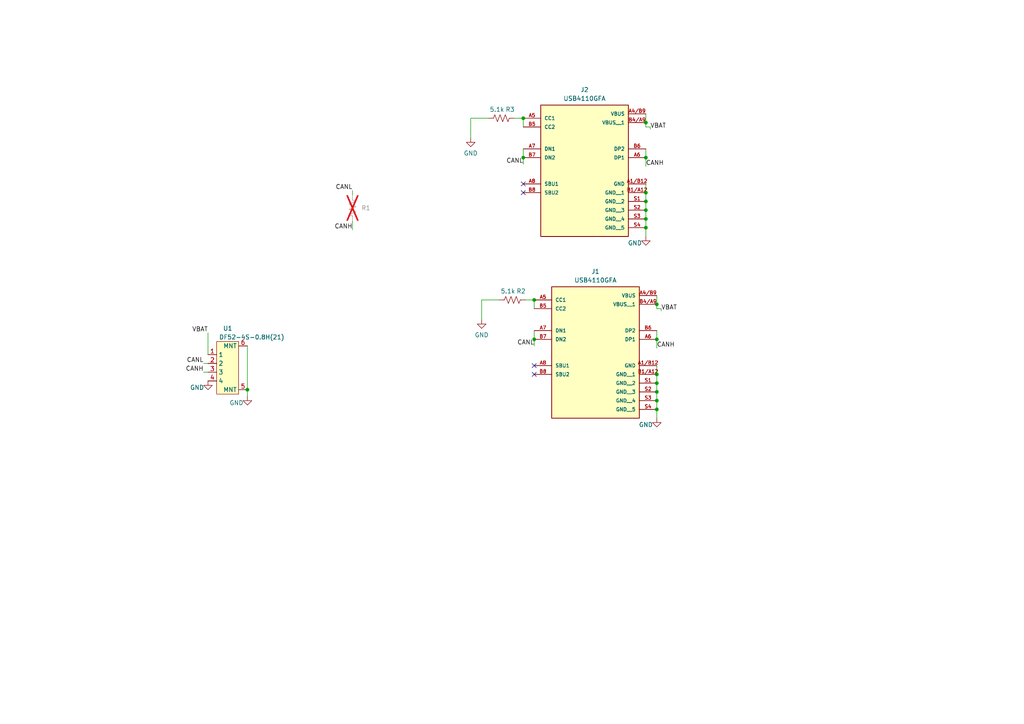
<source format=kicad_sch>
(kicad_sch (version 20230121) (generator eeschema)
  (paper "A4")
  (lib_symbols
    (symbol "NeuralStimulatorAndRecorder:Resistor" (pin_numbers hide) (pin_names (offset 0))
      (property "Reference" "R" (at 2.54 0 90))
      (symbol "Resistor_0_1"
        (polyline (pts (xy 0 -2.286) (xy 0 -2.54)))
        (polyline (pts (xy 0 2.286) (xy 0 2.54)))
        (polyline (pts (xy 0 -0.762) (xy 1.016 -1.143) (xy 0 -1.524) (xy -1.016 -1.905) (xy 0 -2.286)))
        (polyline (pts (xy 0 0.762) (xy 1.016 0.381) (xy 0 0) (xy -1.016 -0.381) (xy 0 -0.762)))
        (polyline (pts (xy 0 2.286) (xy 1.016 1.905) (xy 0 1.524) (xy -1.016 1.143) (xy 0 0.762)))
      )
      (symbol "Resistor_1_1"
        (pin passive line (at 0 3.81 270) (length 1.27) (name "~") (number "1"))
        (pin passive line (at 0 -3.81 90) (length 1.27) (name "~") (number "2"))
      )
    )
    (symbol "can-b2b-interconnect:Resistor" (pin_numbers hide) (pin_names (offset 0))
      (property "Reference" "R" (at 2.54 0 90))
      (symbol "Resistor_0_1"
        (polyline (pts (xy 0 -2.286) (xy 0 -2.54)))
        (polyline (pts (xy 0 2.286) (xy 0 2.54)))
        (polyline (pts (xy 0 -0.762) (xy 1.016 -1.143) (xy 0 -1.524) (xy -1.016 -1.905) (xy 0 -2.286)))
        (polyline (pts (xy 0 0.762) (xy 1.016 0.381) (xy 0 0) (xy -1.016 -0.381) (xy 0 -0.762)))
        (polyline (pts (xy 0 2.286) (xy 1.016 1.905) (xy 0 1.524) (xy -1.016 1.143) (xy 0 0.762)))
      )
      (symbol "Resistor_1_1"
        (pin passive line (at 0 3.81 270) (length 1.27) (name "~") (number "1"))
        (pin passive line (at 0 -3.81 90) (length 1.27) (name "~") (number "2"))
      )
    )
    (symbol "can-b2b-interconnect:USB4110GFA" (pin_names (offset 1.016))
      (property "Reference" "J" (at -12.7 11.43 0))
      (property "Value" "USB4110GFA" (at -12.7 -30.48 0))
      (symbol "USB4110GFA_0_0"
        (rectangle (start -12.7 10.16) (end 12.7 -27.94) (stroke (width 0.254)) (fill (type background)))
        (pin power_in line (at 17.78 -12.7 180) (length 5.08) (name "GND") (number "A1/B12"))
        (pin power_in line (at 17.78 7.62 180) (length 5.08) (name "VBUS") (number "A4/B9"))
        (pin bidirectional line (at -17.78 6.35 0) (length 5.08) (name "CC1") (number "A5"))
        (pin bidirectional line (at 17.78 -5.08 180) (length 5.08) (name "DP1") (number "A6"))
        (pin bidirectional line (at -17.78 -2.54 0) (length 5.08) (name "DN1") (number "A7"))
        (pin bidirectional line (at -17.78 -12.7 0) (length 5.08) (name "SBU1") (number "A8"))
        (pin power_in line (at 17.78 -15.24 180) (length 5.08) (name "GND__1") (number "B1/A12"))
        (pin power_in line (at 17.78 5.08 180) (length 5.08) (name "VBUS__1") (number "B4/A9"))
        (pin bidirectional line (at -17.78 3.81 0) (length 5.08) (name "CC2") (number "B5"))
        (pin bidirectional line (at 17.78 -2.54 180) (length 5.08) (name "DP2") (number "B6"))
        (pin bidirectional line (at -17.78 -5.08 0) (length 5.08) (name "DN2") (number "B7"))
        (pin bidirectional line (at -17.78 -15.24 0) (length 5.08) (name "SBU2") (number "B8"))
        (pin power_in line (at 17.78 -17.78 180) (length 5.08) (name "GND__2") (number "S1"))
        (pin power_in line (at 17.78 -20.32 180) (length 5.08) (name "GND__3") (number "S2"))
        (pin power_in line (at 17.78 -22.86 180) (length 5.08) (name "GND__4") (number "S3"))
        (pin power_in line (at 17.78 -25.4 180) (length 5.08) (name "GND__5") (number "S4"))
      )
    )
    (symbol "foc-pcb:DF52-4S-0.8H(21)"
      (property "Reference" "U" (at 0 -1.27 0))
      (property "Value" "DF52-4S-0.8H(21)" (at 1.27 -8.89 0))
      (symbol "DF52-4S-0.8H(21)_0_1"
        (rectangle (start -3.81 7.62) (end 2.54 -7.62) (fill (type background)))
      )
      (symbol "DF52-4S-0.8H(21)_1_1"
        (pin input line (at -6.35 3.81 0) (length 2.54) (name "1") (number "1"))
        (pin input line (at -6.35 1.27 0) (length 2.54) (name "2") (number "2"))
        (pin input line (at -6.35 -1.27 0) (length 2.54) (name "3") (number "3"))
        (pin input line (at -6.35 -3.81 0) (length 2.54) (name "4") (number "4"))
        (pin input line (at 5.08 -6.35 180) (length 2.54) (name "MNT") (number "5"))
        (pin input line (at 5.08 6.35 180) (length 2.54) (name "MNT") (number "6"))
      )
    )
    (symbol "power:GND" (power) (pin_names (offset 0))
      (property "Value" "GND" (at 0 -3.81 0))
      (symbol "GND_0_1"
        (polyline (pts (xy 0 0) (xy 0 -1.27) (xy 1.27 -1.27) (xy 0 -2.54) (xy -1.27 -1.27) (xy 0 -1.27)))
      )
      (symbol "GND_1_1"
        (pin power_in line (at 0 0 270) (length 0) hide (name "GND") (number "1"))
      )
    )
  )
  (junction (at 190.5 113.665))
  (junction (at 187.325 66.04))
  (junction (at 190.5 98.425))
  (junction (at 190.5 116.205))
  (junction (at 187.325 58.42))
  (junction (at 151.765 45.72))
  (junction (at 154.94 86.995))
  (junction (at 187.325 63.5))
  (junction (at 71.755 113.03))
  (junction (at 187.325 60.96))
  (junction (at 154.94 98.425))
  (junction (at 190.5 118.745))
  (junction (at 187.325 55.88))
  (junction (at 190.5 88.265))
  (junction (at 151.765 34.29))
  (junction (at 190.5 111.125))
  (junction (at 190.5 108.585))
  (junction (at 187.325 45.72))
  (junction (at 187.325 35.56))
  (no_connect (at 151.765 53.34))
  (no_connect (at 154.94 106.045))
  (no_connect (at 151.765 55.88))
  (no_connect (at 154.94 108.585))
  (wire (pts (xy 190.5 89.535) (xy 190.5 88.265)))
  (wire (pts (xy 187.325 55.88) (xy 187.325 58.42)))
  (wire (pts (xy 191.77 90.17) (xy 191.77 89.535)))
  (wire (pts (xy 151.765 45.72) (xy 151.765 43.18)))
  (wire (pts (xy 154.94 86.995) (xy 154.94 89.535)))
  (wire (pts (xy 190.5 88.265) (xy 190.5 85.725)))
  (wire (pts (xy 191.77 89.535) (xy 190.5 89.535)))
  (wire (pts (xy 187.325 35.56) (xy 187.325 33.02)))
  (wire (pts (xy 187.325 53.34) (xy 187.325 55.88)))
  (wire (pts (xy 151.765 47.625) (xy 151.765 45.72)))
  (wire (pts (xy 187.325 45.72) (xy 187.325 43.18)))
  (wire (pts (xy 188.595 37.465) (xy 188.595 36.83)))
  (wire (pts (xy 187.325 68.58) (xy 187.325 66.04)))
  (wire (pts (xy 151.765 34.29) (xy 151.765 36.83)))
  (wire (pts (xy 190.5 108.585) (xy 190.5 111.125)))
  (wire (pts (xy 59.055 107.95) (xy 60.325 107.95)))
  (wire (pts (xy 102.235 55.245) (xy 102.235 56.515)))
  (wire (pts (xy 187.325 48.26) (xy 187.325 45.72)))
  (wire (pts (xy 187.325 63.5) (xy 187.325 66.04)))
  (wire (pts (xy 102.235 66.675) (xy 102.235 64.135)))
  (wire (pts (xy 59.055 105.41) (xy 60.325 105.41)))
  (wire (pts (xy 187.325 60.96) (xy 187.325 58.42)))
  (wire (pts (xy 141.605 34.29) (xy 136.525 34.29)))
  (wire (pts (xy 154.94 98.425) (xy 154.94 95.885)))
  (wire (pts (xy 144.78 86.995) (xy 139.7 86.995)))
  (wire (pts (xy 187.325 36.83) (xy 187.325 35.56)))
  (wire (pts (xy 152.4 86.995) (xy 154.94 86.995)))
  (wire (pts (xy 190.5 98.425) (xy 190.5 95.885)))
  (wire (pts (xy 71.755 100.33) (xy 71.755 113.03)))
  (wire (pts (xy 190.5 121.285) (xy 190.5 118.745)))
  (wire (pts (xy 71.755 113.03) (xy 71.755 114.935)))
  (wire (pts (xy 190.5 100.965) (xy 190.5 98.425)))
  (wire (pts (xy 60.325 96.52) (xy 60.325 102.87)))
  (wire (pts (xy 136.525 34.29) (xy 136.525 40.005)))
  (wire (pts (xy 190.5 116.205) (xy 190.5 118.745)))
  (wire (pts (xy 149.225 34.29) (xy 151.765 34.29)))
  (wire (pts (xy 154.94 100.33) (xy 154.94 98.425)))
  (wire (pts (xy 188.595 36.83) (xy 187.325 36.83)))
  (wire (pts (xy 139.7 86.995) (xy 139.7 92.71)))
  (wire (pts (xy 190.5 113.665) (xy 190.5 116.205)))
  (wire (pts (xy 190.5 113.665) (xy 190.5 111.125)))
  (wire (pts (xy 187.325 60.96) (xy 187.325 63.5)))
  (wire (pts (xy 190.5 106.045) (xy 190.5 108.585)))
  (label "VBAT" (at 188.595 37.465 0))
  (label "CANL" (at 102.235 55.245 180))
  (label "CANH" (at 102.235 66.675 180))
  (label "CANL" (at 59.055 105.41 180))
  (label "CANL" (at 154.94 100.33 180))
  (label "VBAT" (at 191.77 90.17 0))
  (label "CANL" (at 151.765 47.625 180))
  (label "CANH" (at 59.055 107.95 180))
  (label "CANH" (at 187.325 48.26 0))
  (label "CANH" (at 190.5 100.965 0))
  (label "VBAT" (at 60.325 96.52 180))
  (symbol (lib_id "power:GND") (at 136.525 40.005 0) (unit 1)
    (property "Reference" "#PWR05" (effects hide))
    (property "Value" "GND" (at 136.525 44.45 0))
  )
  (symbol (lib_id "power:GND") (at 190.5 121.285 0) (mirror y) (unit 1)
    (property "Reference" "#PWR01" (effects hide))
    (property "Value" "GND" (at 187.325 123.19 0))
  )
  (symbol (lib_id "power:GND") (at 71.755 114.935 0) (mirror y) (unit 1)
    (property "Reference" "#PWR04" (effects hide))
    (property "Value" "GND" (at 68.58 116.84 0))
  )
  (symbol (lib_id "can-b2b-interconnect:Resistor") (at 102.235 60.325 0) (unit 1) (in_bom no) (dnp yes)
    (property "Reference" "R1" (at 104.775 60.325 0) (effects (justify left)))
    (property "Value" "120 0402" (effects hide))
    (property "Footprint" "can-b2b-interconnect:R_0402_1005Metric" (effects hide))
  )
  (symbol (lib_id "NeuralStimulatorAndRecorder:Resistor") (at 145.415 34.29 90) (unit 1)
    (property "Reference" "R3" (at 147.955 31.75 90))
    (property "Value" "5.1k" (at 144.145 31.75 90))
    (property "Footprint" "can-b2b-interconnect:R_0402_1005Metric" (effects hide))
  )
  (symbol (lib_id "power:GND") (at 60.325 110.49 0) (mirror y) (unit 1)
    (property "Reference" "#PWR03" (effects hide))
    (property "Value" "GND" (at 57.15 112.395 0))
  )
  (symbol (lib_id "power:GND") (at 187.325 68.58 0) (mirror y) (unit 1)
    (property "Reference" "#PWR06" (effects hide))
    (property "Value" "GND" (at 184.15 70.485 0))
  )
  (symbol (lib_id "can-b2b-interconnect:USB4110GFA") (at 172.72 93.345 0) (unit 1)
    (property "Reference" "J1" (at 172.72 78.74 0))
    (property "Value" "USB4110GFA" (at 172.72 81.28 0))
    (property "Footprint" "can-b2b-interconnect:GCT_USB4105-GF-A" (effects hide))
    (property "MF" "GCT" (effects hide))
    (property "Description" "USB-C (USB TYPE-C) USB 2.0 Receptacle Connector 24 (16+8 Dummy) Position Surface Mount, Right Angle; Through Hole" (effects hide))
    (property "Package" "None" (effects hide))
    (property "Price" "None" (effects hide))
    (property "MP" "USB4110GFA" (effects hide))
    (property "Availability" "In Stock" (effects hide))
  )
  (symbol (lib_id "foc-pcb:DF52-4S-0.8H(21)") (at 66.675 106.68 0) (unit 1)
    (property "Reference" "U1" (at 66.04 95.25 0))
    (property "Value" "DF52-4S-0.8H(21)" (at 73.025 97.79 0))
    (property "Footprint" "can-b2b-interconnect:DF52-4S-0.8H(21)" (effects hide))
  )
  (symbol (lib_id "can-b2b-interconnect:USB4110GFA") (at 169.545 40.64 0) (unit 1)
    (property "Reference" "J2" (at 169.545 26.035 0))
    (property "Value" "USB4110GFA" (at 169.545 28.575 0))
    (property "Footprint" "can-b2b-interconnect:GCT_USB4105-GF-A" (effects hide))
    (property "MF" "GCT" (effects hide))
    (property "Description" "USB-C (USB TYPE-C) USB 2.0 Receptacle Connector 24 (16+8 Dummy) Position Surface Mount, Right Angle; Through Hole" (effects hide))
    (property "Package" "None" (effects hide))
    (property "Price" "None" (effects hide))
    (property "MP" "USB4110GFA" (effects hide))
    (property "Availability" "In Stock" (effects hide))
  )
  (symbol (lib_id "power:GND") (at 139.7 92.71 0) (unit 1)
    (property "Reference" "#PWR02" (effects hide))
    (property "Value" "GND" (at 139.7 97.155 0))
  )
  (symbol (lib_id "NeuralStimulatorAndRecorder:Resistor") (at 148.59 86.995 90) (unit 1)
    (property "Reference" "R2" (at 151.13 84.455 90))
    (property "Value" "5.1k" (at 147.32 84.455 90))
    (property "Footprint" "can-b2b-interconnect:R_0402_1005Metric" (effects hide))
  )
)
</source>
